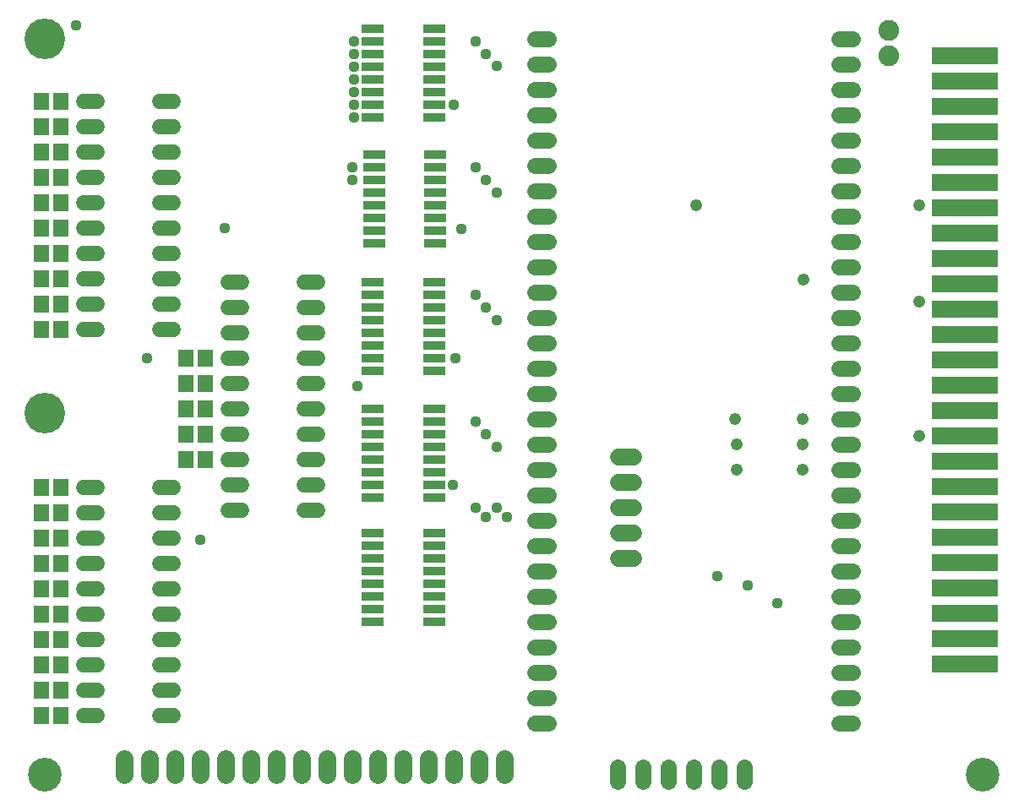
<source format=gbs>
G75*
G70*
%OFA0B0*%
%FSLAX24Y24*%
%IPPOS*%
%LPD*%
%AMOC8*
5,1,8,0,0,1.08239X$1,22.5*
%
%ADD10C,0.1600*%
%ADD11C,0.0634*%
%ADD12C,0.0600*%
%ADD13C,0.0710*%
%ADD14C,0.1330*%
%ADD15R,0.0880X0.0340*%
%ADD16R,0.0592X0.0671*%
%ADD17R,0.2630X0.0680*%
%ADD18C,0.0674*%
%ADD19C,0.0820*%
%ADD20C,0.0476*%
%ADD21C,0.0437*%
D10*
X001361Y025610D03*
X001361Y040360D03*
D11*
X020684Y040360D02*
X021238Y040360D01*
X021238Y039360D02*
X020684Y039360D01*
X020684Y038360D02*
X021238Y038360D01*
X021238Y037360D02*
X020684Y037360D01*
X020684Y036360D02*
X021238Y036360D01*
X021238Y035360D02*
X020684Y035360D01*
X020684Y034360D02*
X021238Y034360D01*
X021238Y033360D02*
X020684Y033360D01*
X020684Y032360D02*
X021238Y032360D01*
X021238Y031360D02*
X020684Y031360D01*
X020684Y030360D02*
X021238Y030360D01*
X021238Y029360D02*
X020684Y029360D01*
X020684Y028360D02*
X021238Y028360D01*
X021238Y027360D02*
X020684Y027360D01*
X020684Y026360D02*
X021238Y026360D01*
X021238Y025360D02*
X020684Y025360D01*
X020684Y024360D02*
X021238Y024360D01*
X021238Y023360D02*
X020684Y023360D01*
X020684Y022360D02*
X021238Y022360D01*
X021238Y021360D02*
X020684Y021360D01*
X020684Y020360D02*
X021238Y020360D01*
X021238Y019360D02*
X020684Y019360D01*
X020684Y018360D02*
X021238Y018360D01*
X021238Y017360D02*
X020684Y017360D01*
X020684Y016360D02*
X021238Y016360D01*
X021238Y015360D02*
X020684Y015360D01*
X020684Y014360D02*
X021238Y014360D01*
X021238Y013360D02*
X020684Y013360D01*
X023961Y011637D02*
X023961Y011083D01*
X024961Y011083D02*
X024961Y011637D01*
X025961Y011637D02*
X025961Y011083D01*
X026961Y011083D02*
X026961Y011637D01*
X027961Y011637D02*
X027961Y011083D01*
X028961Y011083D02*
X028961Y011637D01*
X032684Y013360D02*
X033238Y013360D01*
X033238Y014360D02*
X032684Y014360D01*
X032684Y015360D02*
X033238Y015360D01*
X033238Y016360D02*
X032684Y016360D01*
X032684Y017360D02*
X033238Y017360D01*
X033238Y018360D02*
X032684Y018360D01*
X032684Y019360D02*
X033238Y019360D01*
X033238Y020360D02*
X032684Y020360D01*
X032684Y021360D02*
X033238Y021360D01*
X033238Y022360D02*
X032684Y022360D01*
X032684Y023360D02*
X033238Y023360D01*
X033238Y024360D02*
X032684Y024360D01*
X032684Y025360D02*
X033238Y025360D01*
X033238Y026360D02*
X032684Y026360D01*
X032684Y027360D02*
X033238Y027360D01*
X033238Y028360D02*
X032684Y028360D01*
X032684Y029360D02*
X033238Y029360D01*
X033238Y030360D02*
X032684Y030360D01*
X032684Y031360D02*
X033238Y031360D01*
X033238Y032360D02*
X032684Y032360D01*
X032684Y033360D02*
X033238Y033360D01*
X033238Y034360D02*
X032684Y034360D01*
X032684Y035360D02*
X033238Y035360D01*
X033238Y036360D02*
X032684Y036360D01*
X032684Y037360D02*
X033238Y037360D01*
X033238Y038360D02*
X032684Y038360D01*
X032684Y039360D02*
X033238Y039360D01*
X033238Y040360D02*
X032684Y040360D01*
D12*
X012121Y030760D02*
X011601Y030760D01*
X011601Y029760D02*
X012121Y029760D01*
X012121Y028760D02*
X011601Y028760D01*
X011601Y027760D02*
X012121Y027760D01*
X012121Y026760D02*
X011601Y026760D01*
X011601Y025760D02*
X012121Y025760D01*
X012121Y024760D02*
X011601Y024760D01*
X011601Y023760D02*
X012121Y023760D01*
X012121Y022760D02*
X011601Y022760D01*
X011601Y021760D02*
X012121Y021760D01*
X009121Y021760D02*
X008601Y021760D01*
X008601Y022760D02*
X009121Y022760D01*
X009121Y023760D02*
X008601Y023760D01*
X008601Y024760D02*
X009121Y024760D01*
X009121Y025760D02*
X008601Y025760D01*
X008601Y026760D02*
X009121Y026760D01*
X009121Y027760D02*
X008601Y027760D01*
X008601Y028760D02*
X009121Y028760D01*
X009121Y029760D02*
X008601Y029760D01*
X008601Y030760D02*
X009121Y030760D01*
X006421Y030910D02*
X005901Y030910D01*
X005901Y031910D02*
X006421Y031910D01*
X006421Y032910D02*
X005901Y032910D01*
X005901Y033910D02*
X006421Y033910D01*
X006421Y034910D02*
X005901Y034910D01*
X005901Y035910D02*
X006421Y035910D01*
X006421Y036910D02*
X005901Y036910D01*
X005901Y037910D02*
X006421Y037910D01*
X003421Y037910D02*
X002901Y037910D01*
X002901Y036910D02*
X003421Y036910D01*
X003421Y035910D02*
X002901Y035910D01*
X002901Y034910D02*
X003421Y034910D01*
X003421Y033910D02*
X002901Y033910D01*
X002901Y032910D02*
X003421Y032910D01*
X003421Y031910D02*
X002901Y031910D01*
X002901Y030910D02*
X003421Y030910D01*
X003421Y029910D02*
X002901Y029910D01*
X002901Y028910D02*
X003421Y028910D01*
X005901Y028910D02*
X006421Y028910D01*
X006421Y029910D02*
X005901Y029910D01*
X005901Y022660D02*
X006421Y022660D01*
X006421Y021660D02*
X005901Y021660D01*
X005901Y020660D02*
X006421Y020660D01*
X006421Y019660D02*
X005901Y019660D01*
X005901Y018660D02*
X006421Y018660D01*
X006421Y017660D02*
X005901Y017660D01*
X005901Y016660D02*
X006421Y016660D01*
X006421Y015660D02*
X005901Y015660D01*
X005901Y014660D02*
X006421Y014660D01*
X006421Y013660D02*
X005901Y013660D01*
X003421Y013660D02*
X002901Y013660D01*
X002901Y014660D02*
X003421Y014660D01*
X003421Y015660D02*
X002901Y015660D01*
X002901Y016660D02*
X003421Y016660D01*
X003421Y017660D02*
X002901Y017660D01*
X002901Y018660D02*
X003421Y018660D01*
X003421Y019660D02*
X002901Y019660D01*
X002901Y020660D02*
X003421Y020660D01*
X003421Y021660D02*
X002901Y021660D01*
X002901Y022660D02*
X003421Y022660D01*
D13*
X004507Y011966D02*
X004507Y011337D01*
X005507Y011337D02*
X005507Y011966D01*
X006507Y011966D02*
X006507Y011337D01*
X007507Y011337D02*
X007507Y011966D01*
X008507Y011966D02*
X008507Y011337D01*
X009507Y011337D02*
X009507Y011966D01*
X010507Y011966D02*
X010507Y011337D01*
X011507Y011337D02*
X011507Y011966D01*
X012507Y011966D02*
X012507Y011337D01*
X013507Y011337D02*
X013507Y011966D01*
X014507Y011966D02*
X014507Y011337D01*
X015507Y011337D02*
X015507Y011966D01*
X016507Y011966D02*
X016507Y011337D01*
X017507Y011337D02*
X017507Y011966D01*
X018507Y011966D02*
X018507Y011337D01*
X019507Y011337D02*
X019507Y011966D01*
D14*
X001357Y011337D03*
X038365Y011337D03*
D15*
X016721Y017360D03*
X016721Y017860D03*
X016721Y018360D03*
X016721Y018860D03*
X016721Y019360D03*
X016721Y019860D03*
X016721Y020360D03*
X016721Y020860D03*
X016721Y022260D03*
X016721Y022760D03*
X016721Y023260D03*
X016721Y023760D03*
X016721Y024260D03*
X016721Y024760D03*
X016721Y025260D03*
X016721Y025760D03*
X016721Y027260D03*
X016721Y027760D03*
X016721Y028260D03*
X016721Y028760D03*
X016721Y029260D03*
X016721Y029760D03*
X016721Y030260D03*
X016721Y030760D03*
X016771Y032310D03*
X016771Y032810D03*
X016771Y033310D03*
X016771Y033810D03*
X016771Y034310D03*
X016771Y034810D03*
X016771Y035310D03*
X016771Y035810D03*
X016721Y037260D03*
X016721Y037760D03*
X016721Y038260D03*
X016721Y038760D03*
X016721Y039260D03*
X016721Y039760D03*
X016721Y040260D03*
X016721Y040760D03*
X014301Y040760D03*
X014301Y040260D03*
X014301Y039760D03*
X014301Y039260D03*
X014301Y038760D03*
X014301Y038260D03*
X014301Y037760D03*
X014301Y037260D03*
X014351Y035810D03*
X014351Y035310D03*
X014351Y034810D03*
X014351Y034310D03*
X014351Y033810D03*
X014351Y033310D03*
X014351Y032810D03*
X014351Y032310D03*
X014301Y030760D03*
X014301Y030260D03*
X014301Y029760D03*
X014301Y029260D03*
X014301Y028760D03*
X014301Y028260D03*
X014301Y027760D03*
X014301Y027260D03*
X014301Y025760D03*
X014301Y025260D03*
X014301Y024760D03*
X014301Y024260D03*
X014301Y023760D03*
X014301Y023260D03*
X014301Y022760D03*
X014301Y022260D03*
X014301Y020860D03*
X014301Y020360D03*
X014301Y019860D03*
X014301Y019360D03*
X014301Y018860D03*
X014301Y018360D03*
X014301Y017860D03*
X014301Y017360D03*
D16*
X007685Y023760D03*
X006937Y023760D03*
X006937Y024760D03*
X007685Y024760D03*
X007685Y025760D03*
X006937Y025760D03*
X006937Y026760D03*
X007685Y026760D03*
X007685Y027760D03*
X006937Y027760D03*
X001985Y028910D03*
X001237Y028910D03*
X001237Y029910D03*
X001985Y029910D03*
X001985Y030910D03*
X001237Y030910D03*
X001237Y031910D03*
X001985Y031910D03*
X001985Y032910D03*
X001237Y032910D03*
X001237Y033910D03*
X001985Y033910D03*
X001985Y034910D03*
X001237Y034910D03*
X001237Y035910D03*
X001985Y035910D03*
X001985Y036910D03*
X001237Y036910D03*
X001237Y037910D03*
X001985Y037910D03*
X001985Y022660D03*
X001237Y022660D03*
X001237Y021660D03*
X001985Y021660D03*
X001985Y020660D03*
X001237Y020660D03*
X001237Y019660D03*
X001985Y019660D03*
X001985Y018660D03*
X001237Y018660D03*
X001237Y017660D03*
X001985Y017660D03*
X001985Y016660D03*
X001237Y016660D03*
X001237Y015660D03*
X001985Y015660D03*
X001985Y014660D03*
X001237Y014660D03*
X001237Y013660D03*
X001985Y013660D03*
D17*
X037661Y015710D03*
X037661Y016710D03*
X037661Y017710D03*
X037661Y018710D03*
X037661Y019710D03*
X037661Y020710D03*
X037661Y021710D03*
X037661Y022710D03*
X037661Y023710D03*
X037661Y024710D03*
X037661Y025710D03*
X037661Y026710D03*
X037661Y027710D03*
X037661Y028710D03*
X037661Y029710D03*
X037661Y030710D03*
X037661Y031710D03*
X037661Y032710D03*
X037661Y033710D03*
X037661Y034710D03*
X037661Y035710D03*
X037661Y036710D03*
X037661Y037710D03*
X037661Y038710D03*
X037661Y039710D03*
D18*
X024608Y023860D02*
X024014Y023860D01*
X024014Y022860D02*
X024608Y022860D01*
X024608Y021860D02*
X024014Y021860D01*
X024014Y020860D02*
X024608Y020860D01*
X024608Y019860D02*
X024014Y019860D01*
D19*
X034661Y039710D03*
X034661Y040710D03*
D20*
X035861Y033810D03*
X035861Y030010D03*
X031311Y030860D03*
X027061Y033810D03*
X028611Y025360D03*
X028661Y024360D03*
X028661Y023360D03*
X031261Y023360D03*
X031261Y024360D03*
X031261Y025360D03*
X035861Y024710D03*
D21*
X030261Y018110D03*
X029111Y018810D03*
X027911Y019160D03*
X019611Y021510D03*
X019211Y021860D03*
X018761Y021510D03*
X018361Y021860D03*
X017461Y022760D03*
X019211Y024260D03*
X018761Y024760D03*
X018361Y025260D03*
X017561Y027760D03*
X019211Y029260D03*
X018761Y029760D03*
X018361Y030260D03*
X017811Y032860D03*
X019211Y034310D03*
X018761Y034810D03*
X018361Y035310D03*
X017511Y037760D03*
X019211Y039310D03*
X018761Y039760D03*
X018361Y040260D03*
X013561Y040260D03*
X013561Y039760D03*
X013561Y039260D03*
X013561Y038760D03*
X013561Y038260D03*
X013561Y037760D03*
X013561Y037260D03*
X013511Y035310D03*
X013511Y034810D03*
X008461Y032910D03*
X005411Y027760D03*
X007511Y020610D03*
X013711Y026660D03*
X002611Y040910D03*
M02*

</source>
